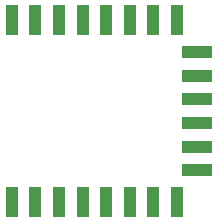
<source format=gbr>
%TF.GenerationSoftware,KiCad,Pcbnew,(6.99.0-3325-gcb6b2da55f)*%
%TF.CreationDate,2023-05-02T13:50:11+02:00*%
%TF.ProjectId,ac-control,61632d63-6f6e-4747-926f-6c2e6b696361,V1.0.0*%
%TF.SameCoordinates,Original*%
%TF.FileFunction,Paste,Top*%
%TF.FilePolarity,Positive*%
%FSLAX46Y46*%
G04 Gerber Fmt 4.6, Leading zero omitted, Abs format (unit mm)*
G04 Created by KiCad (PCBNEW (6.99.0-3325-gcb6b2da55f)) date 2023-05-02 13:50:11*
%MOMM*%
%LPD*%
G01*
G04 APERTURE LIST*
%ADD10R,1.100000X2.500000*%
%ADD11R,2.500000X1.100000*%
G04 APERTURE END LIST*
D10*
%TO.C,U2*%
X116486299Y-116056399D03*
X118486299Y-116056399D03*
X120486299Y-116056399D03*
X122486299Y-116056399D03*
X124486299Y-116056399D03*
X126486299Y-116056399D03*
X128486299Y-116056399D03*
X130486299Y-116056399D03*
X130486299Y-100656399D03*
X128486299Y-100656399D03*
X126486299Y-100656399D03*
X124486299Y-100656399D03*
X122486299Y-100656399D03*
X120486299Y-100656399D03*
X118486299Y-100656399D03*
X116486299Y-100656399D03*
D11*
X132186299Y-113366399D03*
X132186299Y-111366399D03*
X132186299Y-109366399D03*
X132186299Y-107366399D03*
X132186299Y-105366399D03*
X132186299Y-103366399D03*
%TD*%
M02*

</source>
